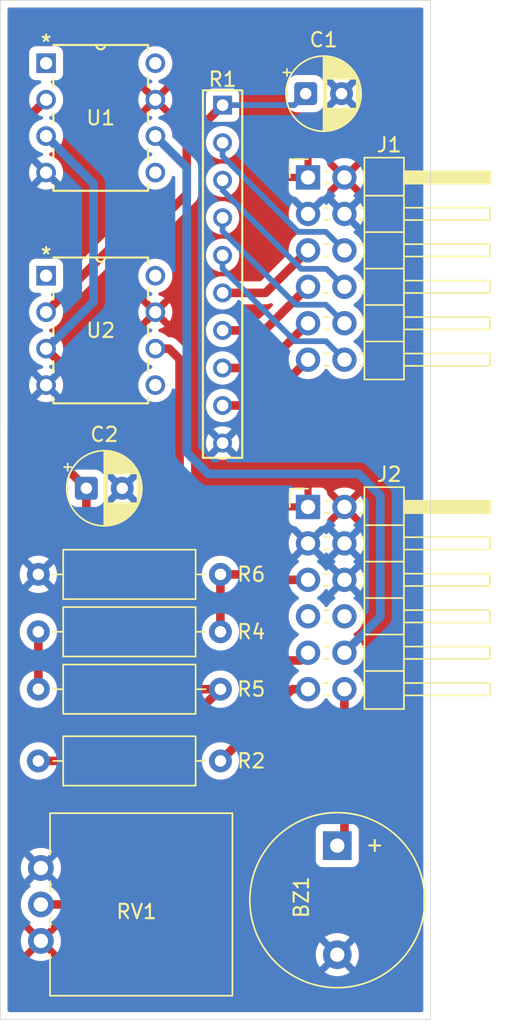
<source format=kicad_pcb>
(kicad_pcb (version 20241229) (generator "pcbnew") (generator_version "9.0")
  (layers (0 "F.Cu" signal) (2 "B.Cu" signal) (13 "F.Paste" user) (15 "B.Paste" user) (5 "F.SilkS" user "F.Silkscreen") (7 "B.SilkS" user "B.Silkscreen") (1 "F.Mask" user) (3 "B.Mask" user) (25 "Edge.Cuts" user))
  (net 0 "")
  (net 1 "/Buzz_out")
  (net 2 "GND")
  (net 3 "/R2R_Out_Analog")
  (net 4 "/PWM_Analog_Out")
  (net 5 "+3.3V")
  (net 6 "/R2R_Bit3")
  (net 7 "/R2R_Bit8")
  (net 8 "/R2R_Bit4")
  (net 9 "/R2R_Bit5")
  (net 10 "/R2R_Bit1")
  (net 11 "/R2R_Bit7")
  (net 12 "/R2R_Bit2")
  (net 13 "/R2R_Bit6")
  (net 15 "/Comp_State1")
  (net 17 "/Comp_State2")
  (net 18 "/Vauxp15")
  (net 19 "/PWM_out")
  (net 20 "Net-(R4-Pad2)")
  (net 21 "/Analog_Out_Sweep")
  (footprint "Connector_PinHeader_2.54mm:PinHeader_2x06_P2.54mm_Horizontal" (layer "F.Cu") (at 175.46 42.34)
    (property "Reference" "J1" (at 5.655 -2.27 0) (layer "F.SilkS"))
    (property "Value" "Conn_02x06_Odd_Even")
    (pad "1" thru_hole rect (at 0 0) (size 1.7 1.7) (drill 1) (layers "*.Cu" "*.Mask") (net 5 "+3.3V"))
    (pad "2" thru_hole circle (at 2.54 0) (size 1.7 1.7) (drill 1) (layers "*.Cu" "*.Mask") (net 5 "+3.3V"))
    (pad "3" thru_hole circle (at 0 2.54) (size 1.7 1.7) (drill 1) (layers "*.Cu" "*.Mask") (net 2 "GND"))
    (pad "4" thru_hole circle (at 2.54 2.54) (size 1.7 1.7) (drill 1) (layers "*.Cu" "*.Mask") (net 2 "GND"))
    (pad "5" thru_hole circle (at 0 5.08) (size 1.7 1.7) (drill 1) (layers "*.Cu" "*.Mask") (net 8 "/R2R_Bit4"))
    (pad "6" thru_hole circle (at 2.54 5.08) (size 1.7 1.7) (drill 1) (layers "*.Cu" "*.Mask") (net 7 "/R2R_Bit8"))
    (pad "7" thru_hole circle (at 0 7.62) (size 1.7 1.7) (drill 1) (layers "*.Cu" "*.Mask") (net 6 "/R2R_Bit3"))
    (pad "8" thru_hole circle (at 2.54 7.62) (size 1.7 1.7) (drill 1) (layers "*.Cu" "*.Mask") (net 11 "/R2R_Bit7"))
    (pad "9" thru_hole circle (at 0 10.16) (size 1.7 1.7) (drill 1) (layers "*.Cu" "*.Mask") (net 12 "/R2R_Bit2"))
    (pad "10" thru_hole circle (at 2.54 10.16) (size 1.7 1.7) (drill 1) (layers "*.Cu" "*.Mask") (net 13 "/R2R_Bit6"))
    (pad "11" thru_hole circle (at 0 12.7) (size 1.7 1.7) (drill 1) (layers "*.Cu" "*.Mask") (net 10 "/R2R_Bit1"))
    (pad "12" thru_hole circle (at 2.54 12.7) (size 1.7 1.7) (drill 1) (layers "*.Cu" "*.Mask") (net 9 "/R2R_Bit5"))
  )
  (footprint "4610X-R2R-103LF:BO_4610X" (layer "F.Cu") (at 169.5 37.3028 -90)
    (property "Reference" "R1" (at -1.8028 0 0) (layer "F.SilkS"))
    (property "Value" "4610X-R2R-103LF")
    (pad "1" thru_hole rect (at 0 0 270) (size 1.3208 1.3208) (drill 0.8128) (layers "*.Cu" "*.Mask") (net 3 "/R2R_Out_Analog"))
    (pad "2" thru_hole circle (at 2.6162 0 270) (size 1.3208 1.3208) (drill 0.8128) (layers "*.Cu" "*.Mask") (net 7 "/R2R_Bit8"))
    (pad "3" thru_hole circle (at 5.2324 0 270) (size 1.3208 1.3208) (drill 0.8128) (layers "*.Cu" "*.Mask") (net 11 "/R2R_Bit7"))
    (pad "4" thru_hole circle (at 7.8486 0 270) (size 1.3208 1.3208) (drill 0.8128) (layers "*.Cu" "*.Mask") (net 13 "/R2R_Bit6"))
    (pad "5" thru_hole circle (at 10.4648 0 270) (size 1.3208 1.3208) (drill 0.8128) (layers "*.Cu" "*.Mask") (net 9 "/R2R_Bit5"))
    (pad "6" thru_hole circle (at 13.081 0 270) (size 1.3208 1.3208) (drill 0.8128) (layers "*.Cu" "*.Mask") (net 8 "/R2R_Bit4"))
    (pad "7" thru_hole circle (at 15.6972 0 270) (size 1.3208 1.3208) (drill 0.8128) (layers "*.Cu" "*.Mask") (net 6 "/R2R_Bit3"))
    (pad "8" thru_hole circle (at 18.3134 0 270) (size 1.3208 1.3208) (drill 0.8128) (layers "*.Cu" "*.Mask") (net 12 "/R2R_Bit2"))
    (pad "9" thru_hole circle (at 20.9296 0 270) (size 1.3208 1.3208) (drill 0.8128) (layers "*.Cu" "*.Mask") (net 10 "/R2R_Bit1"))
    (pad "10" thru_hole circle (at 23.5458 0 270) (size 1.3208 1.3208) (drill 0.8128) (layers "*.Cu" "*.Mask") (net 2 "GND"))
  )
  (footprint "Resistor_THT:R_Axial_DIN0309_L9.0mm_D3.2mm_P12.70mm_Horizontal" (layer "F.Cu") (at 156.65 78)
    (property "Reference" "R5" (at 14.85 0 0) (layer "F.SilkS"))
    (property "Value" "1k")
    (pad "1" thru_hole circle (at 0 0) (size 1.6 1.6) (drill 0.8) (layers "*.Cu" "*.Mask") (net 20 "Net-(R4-Pad2)"))
    (pad "2" thru_hole circle (at 12.7 0) (size 1.6 1.6) (drill 0.8) (layers "*.Cu" "*.Mask") (net 21 "/Analog_Out_Sweep"))
  )
  (footprint "Capacitor_THT:CP_Radial_D5.0mm_P2.50mm" (layer "F.Cu") (at 175.294888 36.5)
    (property "Reference" "C1" (at 1.25 -3.75 0) (layer "F.SilkS"))
    (property "Value" "10uF")
    (pad "1" thru_hole roundrect (at 0 0) (size 1.6 1.6) (drill 0.8) (layers "*.Cu" "*.Mask") (roundrect_rratio 0.15625) (net 3 "/R2R_Out_Analog"))
    (pad "2" thru_hole circle (at 2.5 0) (size 1.6 1.6) (drill 0.8) (layers "*.Cu" "*.Mask") (net 2 "GND"))
  )
  (footprint "Resistor_THT:R_Axial_DIN0309_L9.0mm_D3.2mm_P12.70mm_Horizontal" (layer "F.Cu") (at 169.35 70 180)
    (property "Reference" "R6" (at -2.15 0 0) (layer "F.SilkS"))
    (property "Value" "10k")
    (pad "1" thru_hole circle (at 0 0 180) (size 1.6 1.6) (drill 0.8) (layers "*.Cu" "*.Mask") (net 18 "/Vauxp15"))
    (pad "2" thru_hole circle (at 12.7 0 180) (size 1.6 1.6) (drill 0.8) (layers "*.Cu" "*.Mask") (net 2 "GND"))
  )
  (footprint "Resistor_THT:R_Axial_DIN0309_L9.0mm_D3.2mm_P12.70mm_Horizontal" (layer "F.Cu") (at 169.35 74 180)
    (property "Reference" "R4" (at -2.15 0 0) (layer "F.SilkS"))
    (property "Value" "22k")
    (pad "1" thru_hole circle (at 0 0 180) (size 1.6 1.6) (drill 0.8) (layers "*.Cu" "*.Mask") (net 18 "/Vauxp15"))
    (pad "2" thru_hole circle (at 12.7 0 180) (size 1.6 1.6) (drill 0.8) (layers "*.Cu" "*.Mask") (net 20 "Net-(R4-Pad2)"))
  )
  (footprint "Capacitor_THT:CP_Radial_D5.0mm_P2.50mm" (layer "F.Cu") (at 160 64)
    (property "Reference" "C2" (at 1.25 -3.75 0) (layer "F.SilkS"))
    (property "Value" "10uF")
    (pad "1" thru_hole roundrect (at 0 0) (size 1.6 1.6) (drill 0.8) (layers "*.Cu" "*.Mask") (roundrect_rratio 0.15625) (net 4 "/PWM_Analog_Out"))
    (pad "2" thru_hole circle (at 2.5 0) (size 1.6 1.6) (drill 0.8) (layers "*.Cu" "*.Mask") (net 2 "GND"))
  )
  (footprint "TLV3701:P8" (layer "F.Cu") (at 164.81 56.81)
    (property "Reference" "U2" (at -3.81 -3.81 0) (layer "F.SilkS"))
    (property "Value" "TLV3701IP")
    (fp_text user "*" (at -7.62 -9.0678 0) (layer "F.SilkS"))
    (fp_text user "*" (at -7.62 -9.0678 0) (layer "F.SilkS"))
    (pad "1" thru_hole rect (at -7.62 -7.62) (size 1.3716 1.3716) (drill 0.8636) (layers "*.Cu" "*.Mask"))
    (pad "2" thru_hole circle (at -7.62 -5.08) (size 1.3716 1.3716) (drill 0.8636) (layers "*.Cu" "*.Mask") (net 3 "/R2R_Out_Analog"))
    (pad "3" thru_hole circle (at -7.62 -2.54) (size 1.3716 1.3716) (drill 0.8636) (layers "*.Cu" "*.Mask") (net 21 "/Analog_Out_Sweep"))
    (pad "4" thru_hole circle (at -7.62 0) (size 1.3716 1.3716) (drill 0.8636) (layers "*.Cu" "*.Mask") (net 2 "GND"))
    (pad "5" thru_hole circle (at 0 0) (size 1.3716 1.3716) (drill 0.8636) (layers "*.Cu" "*.Mask"))
    (pad "6" thru_hole circle (at 0 -2.54) (size 1.3716 1.3716) (drill 0.8636) (layers "*.Cu" "*.Mask") (net 17 "/Comp_State2"))
    (pad "7" thru_hole circle (at 0 -5.08) (size 1.3716 1.3716) (drill 0.8636) (layers "*.Cu" "*.Mask") (net 5 "+3.3V"))
    (pad "8" thru_hole circle (at 0 -7.62) (size 1.3716 1.3716) (drill 0.8636) (layers "*.Cu" "*.Mask"))
  )
  (footprint "Connector_PinHeader_2.54mm:PinHeader_2x06_P2.54mm_Horizontal" (layer "F.Cu") (at 175.46 65.3)
    (property "Reference" "J2" (at 5.655 -2.27 0) (layer "F.SilkS"))
    (property "Value" "Conn_02x06_Odd_Even")
    (pad "1" thru_hole rect (at 0 0) (size 1.7 1.7) (drill 1) (layers "*.Cu" "*.Mask") (net 5 "+3.3V"))
    (pad "2" thru_hole circle (at 2.54 0) (size 1.7 1.7) (drill 1) (layers "*.Cu" "*.Mask") (net 5 "+3.3V"))
    (pad "3" thru_hole circle (at 0 2.54) (size 1.7 1.7) (drill 1) (layers "*.Cu" "*.Mask") (net 2 "GND"))
    (pad "4" thru_hole circle (at 2.54 2.54) (size 1.7 1.7) (drill 1) (layers "*.Cu" "*.Mask") (net 2 "GND"))
    (pad "5" thru_hole circle (at 0 5.08) (size 1.7 1.7) (drill 1) (layers "*.Cu" "*.Mask") (net 18 "/Vauxp15"))
    (pad "6" thru_hole circle (at 2.54 5.08) (size 1.7 1.7) (drill 1) (layers "*.Cu" "*.Mask") (net 2 "GND"))
    (pad "7" thru_hole circle (at 0 7.62) (size 1.7 1.7) (drill 1) (layers "*.Cu" "*.Mask"))
    (pad "8" thru_hole circle (at 2.54 7.62) (size 1.7 1.7) (drill 1) (layers "*.Cu" "*.Mask"))
    (pad "9" thru_hole circle (at 0 10.16) (size 1.7 1.7) (drill 1) (layers "*.Cu" "*.Mask") (net 17 "/Comp_State2"))
    (pad "10" thru_hole circle (at 2.54 10.16) (size 1.7 1.7) (drill 1) (layers "*.Cu" "*.Mask") (net 15 "/Comp_State1"))
    (pad "11" thru_hole circle (at 0 12.7) (size 1.7 1.7) (drill 1) (layers "*.Cu" "*.Mask") (net 19 "/PWM_out"))
    (pad "12" thru_hole circle (at 2.54 12.7) (size 1.7 1.7) (drill 1) (layers "*.Cu" "*.Mask") (net 1 "/Buzz_out"))
  )
  (footprint "Buzzer_Beeper:Buzzer_12x9.5RM7.6" (layer "F.Cu") (at 177.5 88.9 -90)
    (property "Reference" "BZ1" (at 3.6 2.5 90) (layer "F.SilkS"))
    (property "Value" "Buzzer")
    (fp_text user "+" (at -0.01 -2.54 90) (layer "F.SilkS"))
    (pad "1" thru_hole rect (at 0 0 270) (size 2 2) (drill 1) (layers "*.Cu" "*.Mask") (net 1 "/Buzz_out"))
    (pad "2" thru_hole circle (at 7.6 0 270) (size 2 2) (drill 1) (layers "*.Cu" "*.Mask") (net 2 "GND"))
  )
  (footprint "Potentiometer_THT:Potentiometer_Vishay_148-149_Single_Vertical" (layer "F.Cu") (at 156.825 95.54)
    (property "Reference" "RV1" (at 6.675 -2.04 0) (layer "F.SilkS"))
    (property "Value" "R_Potentiometer")
    (pad "1" thru_hole circle (at 0 0) (size 1.8 1.8) (drill 1) (layers "*.Cu" "*.Mask") (net 5 "+3.3V"))
    (pad "2" thru_hole circle (at 0 -2.54) (size 1.8 1.8) (drill 1) (layers "*.Cu" "*.Mask") (net 21 "/Analog_Out_Sweep"))
    (pad "3" thru_hole circle (at 0 -5.08) (size 1.8 1.8) (drill 1) (layers "*.Cu" "*.Mask") (net 2 "GND"))
  )
  (footprint "TLV3701:P8" (layer "F.Cu") (at 164.81 42)
    (property "Reference" "U1" (at -3.81 -3.81 0) (layer "F.SilkS"))
    (property "Value" "TLV3701IP")
    (fp_text user "*" (at -7.62 -9.0678 0) (layer "F.SilkS"))
    (fp_text user "*" (at -7.62 -9.0678 0) (layer "F.SilkS"))
    (pad "1" thru_hole rect (at -7.62 -7.62) (size 1.3716 1.3716) (drill 0.8636) (layers "*.Cu" "*.Mask"))
    (pad "2" thru_hole circle (at -7.62 -5.08) (size 1.3716 1.3716) (drill 0.8636) (layers "*.Cu" "*.Mask") (net 4 "/PWM_Analog_Out"))
    (pad "3" thru_hole circle (at -7.62 -2.54) (size 1.3716 1.3716) (drill 0.8636) (layers "*.Cu" "*.Mask") (net 21 "/Analog_Out_Sweep"))
    (pad "4" thru_hole circle (at -7.62 0) (size 1.3716 1.3716) (drill 0.8636) (layers "*.Cu" "*.Mask") (net 2 "GND"))
    (pad "5" thru_hole circle (at 0 0) (size 1.3716 1.3716) (drill 0.8636) (layers "*.Cu" "*.Mask"))
    (pad "6" thru_hole circle (at 0 -2.54) (size 1.3716 1.3716) (drill 0.8636) (layers "*.Cu" "*.Mask") (net 15 "/Comp_State1"))
    (pad "7" thru_hole circle (at 0 -5.08) (size 1.3716 1.3716) (drill 0.8636) (layers "*.Cu" "*.Mask") (net 5 "+3.3V"))
    (pad "8" thru_hole circle (at 0 -7.62) (size 1.3716 1.3716) (drill 0.8636) (layers "*.Cu" "*.Mask"))
  )
  (footprint "Resistor_THT:R_Axial_DIN0309_L9.0mm_D3.2mm_P12.70mm_Horizontal" (layer "F.Cu") (at 156.65 83)
    (property "Reference" "R2" (at 14.85 0 0) (layer "F.SilkS"))
    (property "Value" "1k")
    (pad "1" thru_hole circle (at 0 0) (size 1.6 1.6) (drill 0.8) (layers "*.Cu" "*.Mask") (net 4 "/PWM_Analog_Out"))
    (pad "2" thru_hole circle (at 12.7 0) (size 1.6 1.6) (drill 0.8) (layers "*.Cu" "*.Mask") (net 19 "/PWM_out"))
  )
  (gr_rect (start 154 30) (end 184 101) (stroke (width 0.05)) (fill no) (layer "Edge.Cuts"))
  (segment (start 178 88.4) (end 177.5 88.9) (width 0.6) (layer "F.Cu") (net 1))
  (segment (start 178 78) (end 178 88.4) (width 0.6) (layer "F.Cu") (net 1))
  (segment (start 162.92 46) (end 164.5 46) (width 0.6) (layer "F.Cu") (net 3))
  (segment (start 157.19 51.73) (end 162.92 46) (width 0.6) (layer "F.Cu") (net 3))
  (segment (start 164.5 46) (end 167 43.5) (width 0.6) (layer "F.Cu") (net 3))
  (segment (start 167 43.5) (end 167 39.8028) (width 0.6) (layer "F.Cu") (net 3))
  (segment (start 167 39.8028) (end 169.5 37.3028) (width 0.6) (layer "F.Cu") (net 3))
  (segment (start 174.492088 37.3028) (end 175.294888 36.5) (width 0.4) (layer "B.Cu") (net 3))
  (segment (start 169.5 37.3028) (end 174.492088 37.3028) (width 0.4) (layer "B.Cu") (net 3))
  (segment (start 160 64) (end 155.5 59.5) (width 0.6) (layer "F.Cu") (net 4))
  (segment (start 160 81) (end 160 64) (width 0.6) (layer "F.Cu") (net 4))
  (segment (start 158 83) (end 160 81) (width 0.6) (layer "F.Cu") (net 4))
  (segment (start 156.65 83) (end 158 83) (width 0.6) (layer "F.Cu") (net 4))
  (segment (start 155.5 38.61) (end 157.19 36.92) (width 0.6) (layer "F.Cu") (net 4))
  (segment (start 155.5 59.5) (end 155.5 38.61) (width 0.6) (layer "F.Cu") (net 4))
  (segment (start 169.5 53) (end 172.42 53) (width 0.6) (layer "F.Cu") (net 6))
  (segment (start 172.42 53) (end 175.46 49.96) (width 0.6) (layer "F.Cu") (net 6))
  (segment (start 169.5 40.852946) (end 174.778054 46.131) (width 0.4) (layer "B.Cu") (net 7))
  (segment (start 169.5 39.919) (end 169.5 40.852946) (width 0.4) (layer "B.Cu") (net 7))
  (segment (start 176.711 46.131) (end 178 47.42) (width 0.4) (layer "B.Cu") (net 7))
  (segment (start 174.778054 46.131) (end 176.711 46.131) (width 0.4) (layer "B.Cu") (net 7))
  (segment (start 169.5 50.3838) (end 172.4962 50.3838) (width 0.6) (layer "F.Cu") (net 8))
  (segment (start 172.4962 50.3838) (end 175.46 47.42) (width 0.6) (layer "F.Cu") (net 8))
  (segment (start 169.5 47.7676) (end 169.5 48.701546) (width 0.4) (layer "B.Cu") (net 9))
  (segment (start 174.549454 53.751) (end 176.711 53.751) (width 0.4) (layer "B.Cu") (net 9))
  (segment (start 176.711 53.751) (end 178 55.04) (width 0.4) (layer "B.Cu") (net 9))
  (segment (start 169.5 48.701546) (end 174.549454 53.751) (width 0.4) (layer "B.Cu") (net 9))
  (segment (start 172.2676 58.2324) (end 175.46 55.04) (width 0.6) (layer "F.Cu") (net 10))
  (segment (start 169.5 58.2324) (end 172.2676 58.2324) (width 0.6) (layer "F.Cu") (net 10))
  (segment (start 174.979818 48.709) (end 176.749 48.709) (width 0.4) (layer "B.Cu") (net 11))
  (segment (start 176.749 48.709) (end 178 49.96) (width 0.4) (layer "B.Cu") (net 11))
  (segment (start 169.5 42.5352) (end 169.5 43.229182) (width 0.4) (layer "B.Cu") (net 11))
  (segment (start 169.5 43.229182) (end 174.979818 48.709) (width 0.4) (layer "B.Cu") (net 11))
  (segment (start 172.3438 55.6162) (end 175.46 52.5) (width 0.6) (layer "F.Cu") (net 12))
  (segment (start 169.5 55.6162) (end 172.3438 55.6162) (width 0.6) (layer "F.Cu") (net 12))
  (segment (start 169.5 46.085346) (end 174.625654 51.211) (width 0.4) (layer "B.Cu") (net 13))
  (segment (start 174.625654 51.211) (end 176.711 51.211) (width 0.4) (layer "B.Cu") (net 13))
  (segment (start 169.5 45.1514) (end 169.5 46.085346) (width 0.4) (layer "B.Cu") (net 13))
  (segment (start 176.711 51.211) (end 178 52.5) (width 0.4) (layer "B.Cu") (net 13))
  (segment (start 180.5 64.5) (end 180.5 72.96) (width 0.6) (layer "B.Cu") (net 15))
  (segment (start 167 61.5) (end 168.5 63) (width 0.6) (layer "B.Cu") (net 15))
  (segment (start 180.5 72.96) (end 178 75.46) (width 0.6) (layer "B.Cu") (net 15))
  (segment (start 167 41.65) (end 167 61.5) (width 0.6) (layer "B.Cu") (net 15))
  (segment (start 168.5 63) (end 179 63) (width 0.6) (layer "B.Cu") (net 15))
  (segment (start 164.81 39.46) (end 167 41.65) (width 0.6) (layer "B.Cu") (net 15))
  (segment (start 179 63) (end 180.5 64.5) (width 0.6) (layer "B.Cu") (net 15))
  (segment (start 166.5 75) (end 167.5 76) (width 0.6) (layer "F.Cu") (net 17))
  (segment (start 167.5 76) (end 174.92 76) (width 0.6) (layer "F.Cu") (net 17))
  (segment (start 164.81 54.27) (end 165.77 54.27) (width 0.6) (layer "F.Cu") (net 17))
  (segment (start 165.77 54.27) (end 166.5 55) (width 0.6) (layer "F.Cu") (net 17))
  (segment (start 174.92 76) (end 175.46 75.46) (width 0.6) (layer "F.Cu") (net 17))
  (segment (start 166.5 55) (end 166.5 75) (width 0.6) (layer "F.Cu") (net 17))
  (segment (start 169.35 74) (end 169.35 70) (width 0.6) (layer "F.Cu") (net 18))
  (segment (start 169.35 70) (end 173 70) (width 0.6) (layer "F.Cu") (net 18))
  (segment (start 173.38 70.38) (end 175.46 70.38) (width 0.6) (layer "F.Cu") (net 18))
  (segment (start 173 70) (end 173.38 70.38) (width 0.6) (layer "F.Cu") (net 18))
  (segment (start 174.35 78) (end 175.46 78) (width 0.6) (layer "F.Cu") (net 19))
  (segment (start 169.35 83) (end 174.35 78) (width 0.6) (layer "F.Cu") (net 19))
  (segment (start 156.65 78) (end 156.65 74) (width 0.6) (layer "F.Cu") (net 20))
  (segment (start 166 81.35) (end 169.35 78) (width 0.6) (layer "F.Cu") (net 21))
  (segment (start 156.825 93) (end 163.5 93) (width 0.6) (layer "F.Cu") (net 21))
  (segment (start 166 90.5) (end 166 81.35) (width 0.6) (layer "F.Cu") (net 21))
  (segment (start 165 62.08) (end 157.19 54.27) (width 0.6) (layer "F.Cu") (net 21))
  (segment (start 163.5 93) (end 166 90.5) (width 0.6) (layer "F.Cu") (net 21))
  (segment (start 165 76) (end 165 62.08) (width 0.6) (layer "F.Cu") (net 21))
  (segment (start 169.35 78) (end 167 78) (width 0.6) (layer "F.Cu") (net 21))
  (segment (start 167 78) (end 165 76) (width 0.6) (layer "F.Cu") (net 21))
  (segment (start 160.5 51) (end 160.5 42.77) (width 0.6) (layer "B.Cu") (net 21))
  (segment (start 157.19 54.27) (end 157.96 53.5) (width 0.6) (layer "B.Cu") (net 21))
  (segment (start 160.5 42.77) (end 157.19 39.46) (width 0.6) (layer "B.Cu") (net 21))
  (segment (start 158 53.5) (end 160.5 51) (width 0.6) (layer "B.Cu") (net 21))
  (segment (start 157.96 53.5) (end 158 53.5) (width 0.6) (layer "B.Cu") (net 21))
  (zone (net 5) (net_name "+3.3V") (layer "F.Cu") (priority 1) (connect_pads (clearance 0.5)) (min_thickness 0.25) (fill yes (thermal_gap 0.5) (thermal_bridge_width 0.5))
    (polygon (pts (xy 154 30) (xy 154 101) (xy 184 101) (xy 184 30)))
  )
  (zone (net 2) (net_name "GND") (layer "B.Cu") (connect_pads (clearance 0.5)) (min_thickness 0.25) (fill yes (thermal_gap 0.5) (thermal_bridge_width 0.5))
    (polygon (pts (xy 154 30) (xy 154 101) (xy 184 101) (xy 184 30)))
  )
)
</source>
